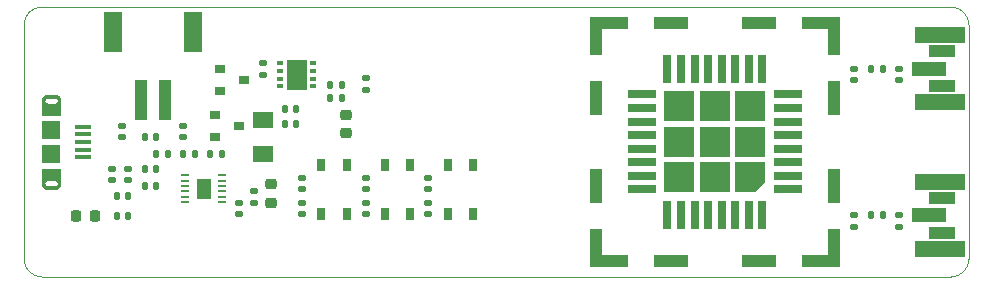
<source format=gtp>
G04 #@! TF.GenerationSoftware,KiCad,Pcbnew,(6.0.4)*
G04 #@! TF.CreationDate,2022-06-23T14:37:41-03:00*
G04 #@! TF.ProjectId,HTLRBL32L-10_EvB_V1.0_Rev6.1,48544c52-424c-4333-924c-2d31305f4576,6.0*
G04 #@! TF.SameCoordinates,Original*
G04 #@! TF.FileFunction,Paste,Top*
G04 #@! TF.FilePolarity,Positive*
%FSLAX46Y46*%
G04 Gerber Fmt 4.6, Leading zero omitted, Abs format (unit mm)*
G04 Created by KiCad (PCBNEW (6.0.4)) date 2022-06-23 14:37:41*
%MOMM*%
%LPD*%
G01*
G04 APERTURE LIST*
G04 Aperture macros list*
%AMRoundRect*
0 Rectangle with rounded corners*
0 $1 Rounding radius*
0 $2 $3 $4 $5 $6 $7 $8 $9 X,Y pos of 4 corners*
0 Add a 4 corners polygon primitive as box body*
4,1,4,$2,$3,$4,$5,$6,$7,$8,$9,$2,$3,0*
0 Add four circle primitives for the rounded corners*
1,1,$1+$1,$2,$3*
1,1,$1+$1,$4,$5*
1,1,$1+$1,$6,$7*
1,1,$1+$1,$8,$9*
0 Add four rect primitives between the rounded corners*
20,1,$1+$1,$2,$3,$4,$5,0*
20,1,$1+$1,$4,$5,$6,$7,0*
20,1,$1+$1,$6,$7,$8,$9,0*
20,1,$1+$1,$8,$9,$2,$3,0*%
%AMFreePoly0*
4,1,6,1.250000,-1.250000,-1.250000,-1.250000,-1.250000,0.500000,-0.500000,1.250000,1.250000,1.250000,1.250000,-1.250000,1.250000,-1.250000,$1*%
G04 Aperture macros list end*
G04 #@! TA.AperFunction,Profile*
%ADD10C,0.050000*%
G04 #@! TD*
%ADD11C,0.000100*%
%ADD12C,0.010000*%
%ADD13RoundRect,0.147500X-0.147500X-0.172500X0.147500X-0.172500X0.147500X0.172500X-0.147500X0.172500X0*%
%ADD14RoundRect,0.147500X-0.172500X0.147500X-0.172500X-0.147500X0.172500X-0.147500X0.172500X0.147500X0*%
%ADD15R,1.350000X0.400000*%
%ADD16R,1.550000X1.500000*%
%ADD17R,2.200000X1.050000*%
%ADD18R,1.050000X1.000000*%
%ADD19RoundRect,0.218750X-0.218750X-0.256250X0.218750X-0.256250X0.218750X0.256250X-0.218750X0.256250X0*%
%ADD20RoundRect,0.218750X0.256250X-0.218750X0.256250X0.218750X-0.256250X0.218750X-0.256250X-0.218750X0*%
%ADD21R,3.300000X1.000000*%
%ADD22R,2.900000X1.000000*%
%ADD23R,1.000000X2.900000*%
%ADD24R,1.000000X3.300000*%
%ADD25R,0.900000X0.800000*%
%ADD26RoundRect,0.147500X0.172500X-0.147500X0.172500X0.147500X-0.172500X0.147500X-0.172500X-0.147500X0*%
%ADD27RoundRect,0.147500X0.147500X0.172500X-0.147500X0.172500X-0.147500X-0.172500X0.147500X-0.172500X0*%
%ADD28R,0.580000X0.400000*%
%ADD29R,1.750000X2.500000*%
%ADD30R,1.000000X3.500000*%
%ADD31R,1.500000X3.400000*%
%ADD32R,0.650000X1.050000*%
%ADD33R,0.650000X0.250000*%
%ADD34R,1.800000X1.340000*%
%ADD35R,2.400000X0.750000*%
%ADD36R,0.750000X2.400000*%
%ADD37FreePoly0,180.000000*%
%ADD38R,2.500000X2.500000*%
%ADD39R,3.000000X1.270000*%
%ADD40R,4.200000X1.350000*%
G04 APERTURE END LIST*
D10*
X100000000Y-88664000D02*
X100000000Y-108476000D01*
X180010000Y-108476000D02*
X180010000Y-88664000D01*
X101524000Y-87140000D02*
G75*
G03*
X100000000Y-88664000I0J-1524000D01*
G01*
X180010000Y-88664000D02*
G75*
G03*
X178486000Y-87140000I-1524000J0D01*
G01*
X178486000Y-110000000D02*
G75*
G03*
X180010000Y-108476000I0J1524000D01*
G01*
X178486000Y-87140000D02*
X101524000Y-87140002D01*
X100000000Y-108476000D02*
G75*
G03*
X101524000Y-110000000I1524000J0D01*
G01*
X101524000Y-110000000D02*
X178486000Y-110000000D01*
D11*
G04 #@! TO.C,CN1*
X103070000Y-95070000D02*
X102900000Y-95070000D01*
X101530000Y-102070000D02*
X101700000Y-102070000D01*
G36*
X103075000Y-102070000D02*
G01*
X102875000Y-102070000D01*
X102874657Y-102056916D01*
X102873630Y-102043868D01*
X102871922Y-102030891D01*
X102869537Y-102018022D01*
X102866481Y-102005295D01*
X102862764Y-101992746D01*
X102858395Y-101980408D01*
X102853386Y-101968316D01*
X102847752Y-101956502D01*
X102841506Y-101945000D01*
X102834668Y-101933840D01*
X102827254Y-101923054D01*
X102819286Y-101912670D01*
X102810786Y-101902717D01*
X102801777Y-101893223D01*
X102792283Y-101884214D01*
X102782330Y-101875714D01*
X102771946Y-101867746D01*
X102761160Y-101860332D01*
X102750000Y-101853494D01*
X102738498Y-101847248D01*
X102726684Y-101841614D01*
X102714592Y-101836605D01*
X102702254Y-101832236D01*
X102689705Y-101828519D01*
X102676978Y-101825463D01*
X102664109Y-101823078D01*
X102651132Y-101821370D01*
X102638084Y-101820343D01*
X102625000Y-101820000D01*
X101975000Y-101820000D01*
X101961916Y-101820343D01*
X101948868Y-101821370D01*
X101935891Y-101823078D01*
X101923022Y-101825463D01*
X101910295Y-101828519D01*
X101897746Y-101832236D01*
X101885408Y-101836605D01*
X101873316Y-101841614D01*
X101861502Y-101847248D01*
X101850000Y-101853494D01*
X101838840Y-101860332D01*
X101828054Y-101867746D01*
X101817670Y-101875714D01*
X101807717Y-101884214D01*
X101798223Y-101893223D01*
X101789214Y-101902717D01*
X101780714Y-101912670D01*
X101772746Y-101923054D01*
X101765332Y-101933840D01*
X101758494Y-101945000D01*
X101752248Y-101956502D01*
X101746614Y-101968316D01*
X101741605Y-101980408D01*
X101737236Y-101992746D01*
X101733519Y-102005295D01*
X101730463Y-102018022D01*
X101728078Y-102030891D01*
X101726370Y-102043868D01*
X101725343Y-102056916D01*
X101725000Y-102070000D01*
X101525000Y-102070000D01*
X101525000Y-100870000D01*
X103075000Y-100870000D01*
X103075000Y-102070000D01*
G37*
X103075000Y-102070000D02*
X102875000Y-102070000D01*
X102874657Y-102056916D01*
X102873630Y-102043868D01*
X102871922Y-102030891D01*
X102869537Y-102018022D01*
X102866481Y-102005295D01*
X102862764Y-101992746D01*
X102858395Y-101980408D01*
X102853386Y-101968316D01*
X102847752Y-101956502D01*
X102841506Y-101945000D01*
X102834668Y-101933840D01*
X102827254Y-101923054D01*
X102819286Y-101912670D01*
X102810786Y-101902717D01*
X102801777Y-101893223D01*
X102792283Y-101884214D01*
X102782330Y-101875714D01*
X102771946Y-101867746D01*
X102761160Y-101860332D01*
X102750000Y-101853494D01*
X102738498Y-101847248D01*
X102726684Y-101841614D01*
X102714592Y-101836605D01*
X102702254Y-101832236D01*
X102689705Y-101828519D01*
X102676978Y-101825463D01*
X102664109Y-101823078D01*
X102651132Y-101821370D01*
X102638084Y-101820343D01*
X102625000Y-101820000D01*
X101975000Y-101820000D01*
X101961916Y-101820343D01*
X101948868Y-101821370D01*
X101935891Y-101823078D01*
X101923022Y-101825463D01*
X101910295Y-101828519D01*
X101897746Y-101832236D01*
X101885408Y-101836605D01*
X101873316Y-101841614D01*
X101861502Y-101847248D01*
X101850000Y-101853494D01*
X101838840Y-101860332D01*
X101828054Y-101867746D01*
X101817670Y-101875714D01*
X101807717Y-101884214D01*
X101798223Y-101893223D01*
X101789214Y-101902717D01*
X101780714Y-101912670D01*
X101772746Y-101923054D01*
X101765332Y-101933840D01*
X101758494Y-101945000D01*
X101752248Y-101956502D01*
X101746614Y-101968316D01*
X101741605Y-101980408D01*
X101737236Y-101992746D01*
X101733519Y-102005295D01*
X101730463Y-102018022D01*
X101728078Y-102030891D01*
X101726370Y-102043868D01*
X101725343Y-102056916D01*
X101725000Y-102070000D01*
X101525000Y-102070000D01*
X101525000Y-100870000D01*
X103075000Y-100870000D01*
X103075000Y-102070000D01*
G36*
X102601168Y-94570685D02*
G01*
X102627264Y-94572739D01*
X102653217Y-94576156D01*
X102678956Y-94580926D01*
X102704410Y-94587037D01*
X102729508Y-94594472D01*
X102754184Y-94603210D01*
X102778368Y-94613227D01*
X102801995Y-94624497D01*
X102825000Y-94636987D01*
X102847320Y-94650665D01*
X102868893Y-94665492D01*
X102889660Y-94681427D01*
X102909565Y-94698428D01*
X102928553Y-94716447D01*
X102946572Y-94735435D01*
X102963573Y-94755340D01*
X102979508Y-94776107D01*
X102994335Y-94797680D01*
X103008013Y-94820000D01*
X103020503Y-94843005D01*
X103031773Y-94866632D01*
X103041790Y-94890816D01*
X103050528Y-94915492D01*
X103057963Y-94940590D01*
X103064074Y-94966044D01*
X103068844Y-94991783D01*
X103072261Y-95017736D01*
X103074315Y-95043832D01*
X103075000Y-95070000D01*
X102875000Y-95070000D01*
X102874657Y-95056916D01*
X102873630Y-95043868D01*
X102871922Y-95030891D01*
X102869537Y-95018022D01*
X102866481Y-95005295D01*
X102862764Y-94992746D01*
X102858395Y-94980408D01*
X102853386Y-94968316D01*
X102847752Y-94956502D01*
X102841506Y-94945000D01*
X102834668Y-94933840D01*
X102827254Y-94923054D01*
X102819286Y-94912670D01*
X102810786Y-94902717D01*
X102801777Y-94893223D01*
X102792283Y-94884214D01*
X102782330Y-94875714D01*
X102771946Y-94867746D01*
X102761160Y-94860332D01*
X102750000Y-94853494D01*
X102738498Y-94847248D01*
X102726684Y-94841614D01*
X102714592Y-94836605D01*
X102702254Y-94832236D01*
X102689705Y-94828519D01*
X102676978Y-94825463D01*
X102664109Y-94823078D01*
X102651132Y-94821370D01*
X102638084Y-94820343D01*
X102625000Y-94820000D01*
X101975000Y-94820000D01*
X101961916Y-94820343D01*
X101948868Y-94821370D01*
X101935891Y-94823078D01*
X101923022Y-94825463D01*
X101910295Y-94828519D01*
X101897746Y-94832236D01*
X101885408Y-94836605D01*
X101873316Y-94841614D01*
X101861502Y-94847248D01*
X101850000Y-94853494D01*
X101838840Y-94860332D01*
X101828054Y-94867746D01*
X101817670Y-94875714D01*
X101807717Y-94884214D01*
X101798223Y-94893223D01*
X101789214Y-94902717D01*
X101780714Y-94912670D01*
X101772746Y-94923054D01*
X101765332Y-94933840D01*
X101758494Y-94945000D01*
X101752248Y-94956502D01*
X101746614Y-94968316D01*
X101741605Y-94980408D01*
X101737236Y-94992746D01*
X101733519Y-95005295D01*
X101730463Y-95018022D01*
X101728078Y-95030891D01*
X101726370Y-95043868D01*
X101725343Y-95056916D01*
X101725000Y-95070000D01*
X101525000Y-95070000D01*
X101525685Y-95043832D01*
X101527739Y-95017736D01*
X101531156Y-94991783D01*
X101535926Y-94966044D01*
X101542037Y-94940590D01*
X101549472Y-94915492D01*
X101558210Y-94890816D01*
X101568227Y-94866632D01*
X101579497Y-94843005D01*
X101591987Y-94820000D01*
X101605665Y-94797680D01*
X101620492Y-94776107D01*
X101636427Y-94755340D01*
X101653428Y-94735435D01*
X101671447Y-94716447D01*
X101690435Y-94698428D01*
X101710340Y-94681427D01*
X101731107Y-94665492D01*
X101752680Y-94650665D01*
X101775000Y-94636987D01*
X101798005Y-94624497D01*
X101821632Y-94613227D01*
X101845816Y-94603210D01*
X101870492Y-94594472D01*
X101895590Y-94587037D01*
X101921044Y-94580926D01*
X101946783Y-94576156D01*
X101972736Y-94572739D01*
X101998832Y-94570685D01*
X102025000Y-94570000D01*
X102575000Y-94570000D01*
X102601168Y-94570685D01*
G37*
X102601168Y-94570685D02*
X102627264Y-94572739D01*
X102653217Y-94576156D01*
X102678956Y-94580926D01*
X102704410Y-94587037D01*
X102729508Y-94594472D01*
X102754184Y-94603210D01*
X102778368Y-94613227D01*
X102801995Y-94624497D01*
X102825000Y-94636987D01*
X102847320Y-94650665D01*
X102868893Y-94665492D01*
X102889660Y-94681427D01*
X102909565Y-94698428D01*
X102928553Y-94716447D01*
X102946572Y-94735435D01*
X102963573Y-94755340D01*
X102979508Y-94776107D01*
X102994335Y-94797680D01*
X103008013Y-94820000D01*
X103020503Y-94843005D01*
X103031773Y-94866632D01*
X103041790Y-94890816D01*
X103050528Y-94915492D01*
X103057963Y-94940590D01*
X103064074Y-94966044D01*
X103068844Y-94991783D01*
X103072261Y-95017736D01*
X103074315Y-95043832D01*
X103075000Y-95070000D01*
X102875000Y-95070000D01*
X102874657Y-95056916D01*
X102873630Y-95043868D01*
X102871922Y-95030891D01*
X102869537Y-95018022D01*
X102866481Y-95005295D01*
X102862764Y-94992746D01*
X102858395Y-94980408D01*
X102853386Y-94968316D01*
X102847752Y-94956502D01*
X102841506Y-94945000D01*
X102834668Y-94933840D01*
X102827254Y-94923054D01*
X102819286Y-94912670D01*
X102810786Y-94902717D01*
X102801777Y-94893223D01*
X102792283Y-94884214D01*
X102782330Y-94875714D01*
X102771946Y-94867746D01*
X102761160Y-94860332D01*
X102750000Y-94853494D01*
X102738498Y-94847248D01*
X102726684Y-94841614D01*
X102714592Y-94836605D01*
X102702254Y-94832236D01*
X102689705Y-94828519D01*
X102676978Y-94825463D01*
X102664109Y-94823078D01*
X102651132Y-94821370D01*
X102638084Y-94820343D01*
X102625000Y-94820000D01*
X101975000Y-94820000D01*
X101961916Y-94820343D01*
X101948868Y-94821370D01*
X101935891Y-94823078D01*
X101923022Y-94825463D01*
X101910295Y-94828519D01*
X101897746Y-94832236D01*
X101885408Y-94836605D01*
X101873316Y-94841614D01*
X101861502Y-94847248D01*
X101850000Y-94853494D01*
X101838840Y-94860332D01*
X101828054Y-94867746D01*
X101817670Y-94875714D01*
X101807717Y-94884214D01*
X101798223Y-94893223D01*
X101789214Y-94902717D01*
X101780714Y-94912670D01*
X101772746Y-94923054D01*
X101765332Y-94933840D01*
X101758494Y-94945000D01*
X101752248Y-94956502D01*
X101746614Y-94968316D01*
X101741605Y-94980408D01*
X101737236Y-94992746D01*
X101733519Y-95005295D01*
X101730463Y-95018022D01*
X101728078Y-95030891D01*
X101726370Y-95043868D01*
X101725343Y-95056916D01*
X101725000Y-95070000D01*
X101525000Y-95070000D01*
X101525685Y-95043832D01*
X101527739Y-95017736D01*
X101531156Y-94991783D01*
X101535926Y-94966044D01*
X101542037Y-94940590D01*
X101549472Y-94915492D01*
X101558210Y-94890816D01*
X101568227Y-94866632D01*
X101579497Y-94843005D01*
X101591987Y-94820000D01*
X101605665Y-94797680D01*
X101620492Y-94776107D01*
X101636427Y-94755340D01*
X101653428Y-94735435D01*
X101671447Y-94716447D01*
X101690435Y-94698428D01*
X101710340Y-94681427D01*
X101731107Y-94665492D01*
X101752680Y-94650665D01*
X101775000Y-94636987D01*
X101798005Y-94624497D01*
X101821632Y-94613227D01*
X101845816Y-94603210D01*
X101870492Y-94594472D01*
X101895590Y-94587037D01*
X101921044Y-94580926D01*
X101946783Y-94576156D01*
X101972736Y-94572739D01*
X101998832Y-94570685D01*
X102025000Y-94570000D01*
X102575000Y-94570000D01*
X102601168Y-94570685D01*
G36*
X101725343Y-102083084D02*
G01*
X101726370Y-102096132D01*
X101728078Y-102109109D01*
X101730463Y-102121978D01*
X101733519Y-102134705D01*
X101737236Y-102147254D01*
X101741605Y-102159592D01*
X101746614Y-102171684D01*
X101752248Y-102183498D01*
X101758494Y-102195000D01*
X101765332Y-102206160D01*
X101772746Y-102216946D01*
X101780714Y-102227330D01*
X101789214Y-102237283D01*
X101798223Y-102246777D01*
X101807717Y-102255786D01*
X101817670Y-102264286D01*
X101828054Y-102272254D01*
X101838840Y-102279668D01*
X101850000Y-102286506D01*
X101861502Y-102292752D01*
X101873316Y-102298386D01*
X101885408Y-102303395D01*
X101897746Y-102307764D01*
X101910295Y-102311481D01*
X101923022Y-102314537D01*
X101935891Y-102316922D01*
X101948868Y-102318630D01*
X101961916Y-102319657D01*
X101975000Y-102320000D01*
X102625000Y-102320000D01*
X102638084Y-102319657D01*
X102651132Y-102318630D01*
X102664109Y-102316922D01*
X102676978Y-102314537D01*
X102689705Y-102311481D01*
X102702254Y-102307764D01*
X102714592Y-102303395D01*
X102726684Y-102298386D01*
X102738498Y-102292752D01*
X102750000Y-102286506D01*
X102761160Y-102279668D01*
X102771946Y-102272254D01*
X102782330Y-102264286D01*
X102792283Y-102255786D01*
X102801777Y-102246777D01*
X102810786Y-102237283D01*
X102819286Y-102227330D01*
X102827254Y-102216946D01*
X102834668Y-102206160D01*
X102841506Y-102195000D01*
X102847752Y-102183498D01*
X102853386Y-102171684D01*
X102858395Y-102159592D01*
X102862764Y-102147254D01*
X102866481Y-102134705D01*
X102869537Y-102121978D01*
X102871922Y-102109109D01*
X102873630Y-102096132D01*
X102874657Y-102083084D01*
X102875000Y-102070000D01*
X103075000Y-102070000D01*
X103074315Y-102096168D01*
X103072261Y-102122264D01*
X103068844Y-102148217D01*
X103064074Y-102173956D01*
X103057963Y-102199410D01*
X103050528Y-102224508D01*
X103041790Y-102249184D01*
X103031773Y-102273368D01*
X103020503Y-102296995D01*
X103008013Y-102320000D01*
X102994335Y-102342320D01*
X102979508Y-102363893D01*
X102963573Y-102384660D01*
X102946572Y-102404565D01*
X102928553Y-102423553D01*
X102909565Y-102441572D01*
X102889660Y-102458573D01*
X102868893Y-102474508D01*
X102847320Y-102489335D01*
X102825000Y-102503013D01*
X102801995Y-102515503D01*
X102778368Y-102526773D01*
X102754184Y-102536790D01*
X102729508Y-102545528D01*
X102704410Y-102552963D01*
X102678956Y-102559074D01*
X102653217Y-102563844D01*
X102627264Y-102567261D01*
X102601168Y-102569315D01*
X102575000Y-102570000D01*
X102025000Y-102570000D01*
X101998832Y-102569315D01*
X101972736Y-102567261D01*
X101946783Y-102563844D01*
X101921044Y-102559074D01*
X101895590Y-102552963D01*
X101870492Y-102545528D01*
X101845816Y-102536790D01*
X101821632Y-102526773D01*
X101798005Y-102515503D01*
X101775000Y-102503013D01*
X101752680Y-102489335D01*
X101731107Y-102474508D01*
X101710340Y-102458573D01*
X101690435Y-102441572D01*
X101671447Y-102423553D01*
X101653428Y-102404565D01*
X101636427Y-102384660D01*
X101620492Y-102363893D01*
X101605665Y-102342320D01*
X101591987Y-102320000D01*
X101579497Y-102296995D01*
X101568227Y-102273368D01*
X101558210Y-102249184D01*
X101549472Y-102224508D01*
X101542037Y-102199410D01*
X101535926Y-102173956D01*
X101531156Y-102148217D01*
X101527739Y-102122264D01*
X101525685Y-102096168D01*
X101525000Y-102070000D01*
X101725000Y-102070000D01*
X101725343Y-102083084D01*
G37*
X101725343Y-102083084D02*
X101726370Y-102096132D01*
X101728078Y-102109109D01*
X101730463Y-102121978D01*
X101733519Y-102134705D01*
X101737236Y-102147254D01*
X101741605Y-102159592D01*
X101746614Y-102171684D01*
X101752248Y-102183498D01*
X101758494Y-102195000D01*
X101765332Y-102206160D01*
X101772746Y-102216946D01*
X101780714Y-102227330D01*
X101789214Y-102237283D01*
X101798223Y-102246777D01*
X101807717Y-102255786D01*
X101817670Y-102264286D01*
X101828054Y-102272254D01*
X101838840Y-102279668D01*
X101850000Y-102286506D01*
X101861502Y-102292752D01*
X101873316Y-102298386D01*
X101885408Y-102303395D01*
X101897746Y-102307764D01*
X101910295Y-102311481D01*
X101923022Y-102314537D01*
X101935891Y-102316922D01*
X101948868Y-102318630D01*
X101961916Y-102319657D01*
X101975000Y-102320000D01*
X102625000Y-102320000D01*
X102638084Y-102319657D01*
X102651132Y-102318630D01*
X102664109Y-102316922D01*
X102676978Y-102314537D01*
X102689705Y-102311481D01*
X102702254Y-102307764D01*
X102714592Y-102303395D01*
X102726684Y-102298386D01*
X102738498Y-102292752D01*
X102750000Y-102286506D01*
X102761160Y-102279668D01*
X102771946Y-102272254D01*
X102782330Y-102264286D01*
X102792283Y-102255786D01*
X102801777Y-102246777D01*
X102810786Y-102237283D01*
X102819286Y-102227330D01*
X102827254Y-102216946D01*
X102834668Y-102206160D01*
X102841506Y-102195000D01*
X102847752Y-102183498D01*
X102853386Y-102171684D01*
X102858395Y-102159592D01*
X102862764Y-102147254D01*
X102866481Y-102134705D01*
X102869537Y-102121978D01*
X102871922Y-102109109D01*
X102873630Y-102096132D01*
X102874657Y-102083084D01*
X102875000Y-102070000D01*
X103075000Y-102070000D01*
X103074315Y-102096168D01*
X103072261Y-102122264D01*
X103068844Y-102148217D01*
X103064074Y-102173956D01*
X103057963Y-102199410D01*
X103050528Y-102224508D01*
X103041790Y-102249184D01*
X103031773Y-102273368D01*
X103020503Y-102296995D01*
X103008013Y-102320000D01*
X102994335Y-102342320D01*
X102979508Y-102363893D01*
X102963573Y-102384660D01*
X102946572Y-102404565D01*
X102928553Y-102423553D01*
X102909565Y-102441572D01*
X102889660Y-102458573D01*
X102868893Y-102474508D01*
X102847320Y-102489335D01*
X102825000Y-102503013D01*
X102801995Y-102515503D01*
X102778368Y-102526773D01*
X102754184Y-102536790D01*
X102729508Y-102545528D01*
X102704410Y-102552963D01*
X102678956Y-102559074D01*
X102653217Y-102563844D01*
X102627264Y-102567261D01*
X102601168Y-102569315D01*
X102575000Y-102570000D01*
X102025000Y-102570000D01*
X101998832Y-102569315D01*
X101972736Y-102567261D01*
X101946783Y-102563844D01*
X101921044Y-102559074D01*
X101895590Y-102552963D01*
X101870492Y-102545528D01*
X101845816Y-102536790D01*
X101821632Y-102526773D01*
X101798005Y-102515503D01*
X101775000Y-102503013D01*
X101752680Y-102489335D01*
X101731107Y-102474508D01*
X101710340Y-102458573D01*
X101690435Y-102441572D01*
X101671447Y-102423553D01*
X101653428Y-102404565D01*
X101636427Y-102384660D01*
X101620492Y-102363893D01*
X101605665Y-102342320D01*
X101591987Y-102320000D01*
X101579497Y-102296995D01*
X101568227Y-102273368D01*
X101558210Y-102249184D01*
X101549472Y-102224508D01*
X101542037Y-102199410D01*
X101535926Y-102173956D01*
X101531156Y-102148217D01*
X101527739Y-102122264D01*
X101525685Y-102096168D01*
X101525000Y-102070000D01*
X101725000Y-102070000D01*
X101725343Y-102083084D01*
G36*
X101725343Y-95083084D02*
G01*
X101726370Y-95096132D01*
X101728078Y-95109109D01*
X101730463Y-95121978D01*
X101733519Y-95134705D01*
X101737236Y-95147254D01*
X101741605Y-95159592D01*
X101746614Y-95171684D01*
X101752248Y-95183498D01*
X101758494Y-95195000D01*
X101765332Y-95206160D01*
X101772746Y-95216946D01*
X101780714Y-95227330D01*
X101789214Y-95237283D01*
X101798223Y-95246777D01*
X101807717Y-95255786D01*
X101817670Y-95264286D01*
X101828054Y-95272254D01*
X101838840Y-95279668D01*
X101850000Y-95286506D01*
X101861502Y-95292752D01*
X101873316Y-95298386D01*
X101885408Y-95303395D01*
X101897746Y-95307764D01*
X101910295Y-95311481D01*
X101923022Y-95314537D01*
X101935891Y-95316922D01*
X101948868Y-95318630D01*
X101961916Y-95319657D01*
X101975000Y-95320000D01*
X102625000Y-95320000D01*
X102638084Y-95319657D01*
X102651132Y-95318630D01*
X102664109Y-95316922D01*
X102676978Y-95314537D01*
X102689705Y-95311481D01*
X102702254Y-95307764D01*
X102714592Y-95303395D01*
X102726684Y-95298386D01*
X102738498Y-95292752D01*
X102750000Y-95286506D01*
X102761160Y-95279668D01*
X102771946Y-95272254D01*
X102782330Y-95264286D01*
X102792283Y-95255786D01*
X102801777Y-95246777D01*
X102810786Y-95237283D01*
X102819286Y-95227330D01*
X102827254Y-95216946D01*
X102834668Y-95206160D01*
X102841506Y-95195000D01*
X102847752Y-95183498D01*
X102853386Y-95171684D01*
X102858395Y-95159592D01*
X102862764Y-95147254D01*
X102866481Y-95134705D01*
X102869537Y-95121978D01*
X102871922Y-95109109D01*
X102873630Y-95096132D01*
X102874657Y-95083084D01*
X102875000Y-95070000D01*
X103075000Y-95070000D01*
X103075000Y-96270000D01*
X101525000Y-96270000D01*
X101525000Y-95070000D01*
X101725000Y-95070000D01*
X101725343Y-95083084D01*
G37*
X101725343Y-95083084D02*
X101726370Y-95096132D01*
X101728078Y-95109109D01*
X101730463Y-95121978D01*
X101733519Y-95134705D01*
X101737236Y-95147254D01*
X101741605Y-95159592D01*
X101746614Y-95171684D01*
X101752248Y-95183498D01*
X101758494Y-95195000D01*
X101765332Y-95206160D01*
X101772746Y-95216946D01*
X101780714Y-95227330D01*
X101789214Y-95237283D01*
X101798223Y-95246777D01*
X101807717Y-95255786D01*
X101817670Y-95264286D01*
X101828054Y-95272254D01*
X101838840Y-95279668D01*
X101850000Y-95286506D01*
X101861502Y-95292752D01*
X101873316Y-95298386D01*
X101885408Y-95303395D01*
X101897746Y-95307764D01*
X101910295Y-95311481D01*
X101923022Y-95314537D01*
X101935891Y-95316922D01*
X101948868Y-95318630D01*
X101961916Y-95319657D01*
X101975000Y-95320000D01*
X102625000Y-95320000D01*
X102638084Y-95319657D01*
X102651132Y-95318630D01*
X102664109Y-95316922D01*
X102676978Y-95314537D01*
X102689705Y-95311481D01*
X102702254Y-95307764D01*
X102714592Y-95303395D01*
X102726684Y-95298386D01*
X102738498Y-95292752D01*
X102750000Y-95286506D01*
X102761160Y-95279668D01*
X102771946Y-95272254D01*
X102782330Y-95264286D01*
X102792283Y-95255786D01*
X102801777Y-95246777D01*
X102810786Y-95237283D01*
X102819286Y-95227330D01*
X102827254Y-95216946D01*
X102834668Y-95206160D01*
X102841506Y-95195000D01*
X102847752Y-95183498D01*
X102853386Y-95171684D01*
X102858395Y-95159592D01*
X102862764Y-95147254D01*
X102866481Y-95134705D01*
X102869537Y-95121978D01*
X102871922Y-95109109D01*
X102873630Y-95096132D01*
X102874657Y-95083084D01*
X102875000Y-95070000D01*
X103075000Y-95070000D01*
X103075000Y-96270000D01*
X101525000Y-96270000D01*
X101525000Y-95070000D01*
X101725000Y-95070000D01*
X101725343Y-95083084D01*
G04 #@! TO.C,U2*
G36*
X115750000Y-103310000D02*
G01*
X114670000Y-103310000D01*
X114670000Y-101730000D01*
X115750000Y-101730000D01*
X115750000Y-103310000D01*
G37*
D12*
X115750000Y-103310000D02*
X114670000Y-103310000D01*
X114670000Y-101730000D01*
X115750000Y-101730000D01*
X115750000Y-103310000D01*
G04 #@! TD*
D13*
G04 #@! TO.C,C2*
X111201400Y-99630000D03*
X112171400Y-99630000D03*
G04 #@! TD*
G04 #@! TO.C,C6*
X122080500Y-97063780D03*
X123050500Y-97063780D03*
G04 #@! TD*
G04 #@! TO.C,C7*
X122080500Y-95742980D03*
X123050500Y-95742980D03*
G04 #@! TD*
D14*
G04 #@! TO.C,C8*
X118220000Y-103723800D03*
X118220000Y-104693800D03*
G04 #@! TD*
G04 #@! TO.C,C15*
X170275500Y-104796000D03*
X170275500Y-105766000D03*
G04 #@! TD*
G04 #@! TO.C,C16*
X170275500Y-92370000D03*
X170275500Y-93340000D03*
G04 #@! TD*
G04 #@! TO.C,C17*
X174090000Y-104793000D03*
X174090000Y-105763000D03*
G04 #@! TD*
G04 #@! TO.C,C18*
X174090000Y-92365000D03*
X174090000Y-93335000D03*
G04 #@! TD*
D15*
G04 #@! TO.C,CN1*
X105000000Y-97270000D03*
X105000000Y-97920000D03*
X105000000Y-98570000D03*
X105000000Y-99220000D03*
X105000000Y-99870000D03*
D16*
X102300000Y-97570000D03*
X102300000Y-99570000D03*
G04 #@! TD*
D17*
G04 #@! TO.C,CN5*
X177730000Y-103318000D03*
X177730000Y-106268000D03*
D18*
X176205000Y-104793000D03*
G04 #@! TD*
D17*
G04 #@! TO.C,CN6*
X177730000Y-90903000D03*
X177730000Y-93853000D03*
D18*
X176205000Y-92378000D03*
G04 #@! TD*
D19*
G04 #@! TO.C,D2*
X104419400Y-104818400D03*
X105994400Y-104818400D03*
G04 #@! TD*
D20*
G04 #@! TO.C,D3*
X127250000Y-97850000D03*
X127250000Y-96275000D03*
G04 #@! TD*
D21*
G04 #@! TO.C,J1*
X167450000Y-88470000D03*
D22*
X162250000Y-108670000D03*
D23*
X168600000Y-102320000D03*
D24*
X148400000Y-107520000D03*
D22*
X154750000Y-88470000D03*
X154750000Y-108670000D03*
D21*
X149550000Y-108670000D03*
D23*
X148400000Y-102320000D03*
X168600000Y-94820000D03*
D24*
X168600000Y-89620000D03*
D23*
X148400000Y-94820000D03*
D24*
X148400000Y-89620000D03*
D22*
X162250000Y-88470000D03*
D24*
X168600000Y-107520000D03*
D21*
X149550000Y-88470000D03*
X167450000Y-108670000D03*
G04 #@! TD*
D13*
G04 #@! TO.C,L1*
X171736940Y-104793000D03*
X172706940Y-104793000D03*
G04 #@! TD*
D25*
G04 #@! TO.C,Q2*
X116620000Y-92390000D03*
X116620000Y-94290000D03*
X118620000Y-93340000D03*
G04 #@! TD*
D26*
G04 #@! TO.C,R1*
X107493000Y-101820000D03*
X107493000Y-100850000D03*
G04 #@! TD*
D27*
G04 #@! TO.C,R4*
X116765000Y-99630000D03*
X115795000Y-99630000D03*
G04 #@! TD*
D14*
G04 #@! TO.C,R6*
X113474700Y-97206300D03*
X113474700Y-98176300D03*
G04 #@! TD*
G04 #@! TO.C,R7*
X120270000Y-91915000D03*
X120270000Y-92885000D03*
G04 #@! TD*
D26*
G04 #@! TO.C,R8*
X119460000Y-103720000D03*
X119460000Y-102750000D03*
G04 #@! TD*
D13*
G04 #@! TO.C,R9*
X107843800Y-104818400D03*
X108813800Y-104818400D03*
G04 #@! TD*
D26*
G04 #@! TO.C,R12*
X128950000Y-94152800D03*
X128950000Y-93182800D03*
G04 #@! TD*
D28*
G04 #@! TO.C,U3*
X124440000Y-93865000D03*
X124440000Y-93215000D03*
X124440000Y-92565000D03*
X124440000Y-91915000D03*
X121720000Y-91915000D03*
X121720000Y-92565000D03*
X121720000Y-93215000D03*
X121720000Y-93865000D03*
D29*
X123080000Y-92890000D03*
G04 #@! TD*
D30*
G04 #@! TO.C,CN2*
X111922000Y-95000000D03*
X109922000Y-95000000D03*
D31*
X114272000Y-89250000D03*
X107572000Y-89250000D03*
G04 #@! TD*
D13*
G04 #@! TO.C,L2*
X171736940Y-92369860D03*
X172706940Y-92369860D03*
G04 #@! TD*
D27*
G04 #@! TO.C,FB1*
X111203800Y-98170000D03*
X110233800Y-98170000D03*
G04 #@! TD*
D26*
G04 #@! TO.C,R3*
X108813800Y-101821200D03*
X108813800Y-100851200D03*
G04 #@! TD*
D14*
G04 #@! TO.C,C1*
X108328000Y-97196000D03*
X108328000Y-98166000D03*
G04 #@! TD*
D27*
G04 #@! TO.C,R2*
X111203800Y-100856000D03*
X110233800Y-100856000D03*
G04 #@! TD*
D13*
G04 #@! TO.C,C9*
X110245000Y-102290000D03*
X111215000Y-102290000D03*
G04 #@! TD*
G04 #@! TO.C,C4*
X125955000Y-93790000D03*
X126925000Y-93790000D03*
G04 #@! TD*
G04 #@! TO.C,C5*
X125955000Y-94850000D03*
X126925000Y-94850000D03*
G04 #@! TD*
D32*
G04 #@! TO.C,SW3*
X138046000Y-100497120D03*
X138046000Y-104647120D03*
X135896000Y-100497120D03*
X135896000Y-104647120D03*
G04 #@! TD*
G04 #@! TO.C,SW1*
X127311960Y-100497120D03*
X127311960Y-104647120D03*
X125161960Y-100497120D03*
X125161960Y-104647120D03*
G04 #@! TD*
D25*
G04 #@! TO.C,Q1*
X116170400Y-96280000D03*
X116170400Y-98180000D03*
X118170400Y-97230000D03*
G04 #@! TD*
D33*
G04 #@! TO.C,U2*
X116760000Y-103645000D03*
X116760000Y-103195000D03*
X116760000Y-102745000D03*
X116760000Y-102295000D03*
X116760000Y-101845000D03*
X116760000Y-101395000D03*
X113660000Y-101395000D03*
X113660000Y-101845000D03*
X113660000Y-102295000D03*
X113660000Y-102745000D03*
X113660000Y-103195000D03*
X113660000Y-103645000D03*
G04 #@! TD*
D20*
G04 #@! TO.C,JP1*
X120929600Y-103726300D03*
X120929600Y-102151300D03*
G04 #@! TD*
D14*
G04 #@! TO.C,C13*
X128970000Y-103715000D03*
X128970000Y-104685000D03*
G04 #@! TD*
G04 #@! TO.C,C14*
X134177000Y-101610000D03*
X134177000Y-102580000D03*
G04 #@! TD*
G04 #@! TO.C,C12*
X123500000Y-103715000D03*
X123500000Y-104685000D03*
G04 #@! TD*
D26*
G04 #@! TO.C,R14*
X128970000Y-102580000D03*
X128970000Y-101610000D03*
G04 #@! TD*
G04 #@! TO.C,R15*
X134177000Y-104685000D03*
X134177000Y-103715000D03*
G04 #@! TD*
G04 #@! TO.C,R13*
X123500000Y-102580000D03*
X123500000Y-101610000D03*
G04 #@! TD*
D27*
G04 #@! TO.C,C3*
X108813800Y-103120000D03*
X107843800Y-103120000D03*
G04 #@! TD*
D32*
G04 #@! TO.C,SW2*
X132712000Y-100497120D03*
X132712000Y-104647120D03*
X130562000Y-100497120D03*
X130562000Y-104647120D03*
G04 #@! TD*
D34*
G04 #@! TO.C,D1*
X120269200Y-96733600D03*
X120269200Y-99593600D03*
G04 #@! TD*
D27*
G04 #@! TO.C,R5*
X114442300Y-99630000D03*
X113472300Y-99630000D03*
G04 #@! TD*
D35*
G04 #@! TO.C,U1*
X164700000Y-102595000D03*
X164700000Y-101445000D03*
X164700000Y-100295000D03*
X164700000Y-99145000D03*
X164700000Y-97995000D03*
X164700000Y-96845000D03*
X164700000Y-95695000D03*
X164700000Y-94545000D03*
D36*
X162525000Y-92370000D03*
X161375000Y-92370000D03*
X160225000Y-92370000D03*
X159075000Y-92370000D03*
X157925000Y-92370000D03*
X156775000Y-92370000D03*
X155625000Y-92370000D03*
X154475000Y-92370000D03*
D35*
X152300000Y-94545000D03*
X152300000Y-95695000D03*
X152300000Y-96845000D03*
X152300000Y-97995000D03*
X152300000Y-99145000D03*
X152300000Y-100295000D03*
X152300000Y-101445000D03*
X152300000Y-102595000D03*
D36*
X154475000Y-104770000D03*
X155625000Y-104770000D03*
X156775000Y-104770000D03*
X157925000Y-104770000D03*
X159075000Y-104770000D03*
X160225000Y-104770000D03*
X161375000Y-104770000D03*
X162525000Y-104770000D03*
D37*
X161500000Y-101570000D03*
D38*
X158500000Y-101570000D03*
X155500000Y-101570000D03*
X161500000Y-98570000D03*
X158500000Y-98570000D03*
X155500000Y-98570000D03*
X161500000Y-95570000D03*
X158500000Y-95570000D03*
X155500000Y-95570000D03*
G04 #@! TD*
D39*
G04 #@! TO.C,REF\u002A\u002A*
X176630000Y-92378000D03*
D40*
X177530000Y-95203000D03*
X177530000Y-89553000D03*
G04 #@! TD*
D39*
G04 #@! TO.C,REF\u002A\u002A*
X176620000Y-104793000D03*
D40*
X177520000Y-101968000D03*
X177520000Y-107618000D03*
G04 #@! TD*
M02*

</source>
